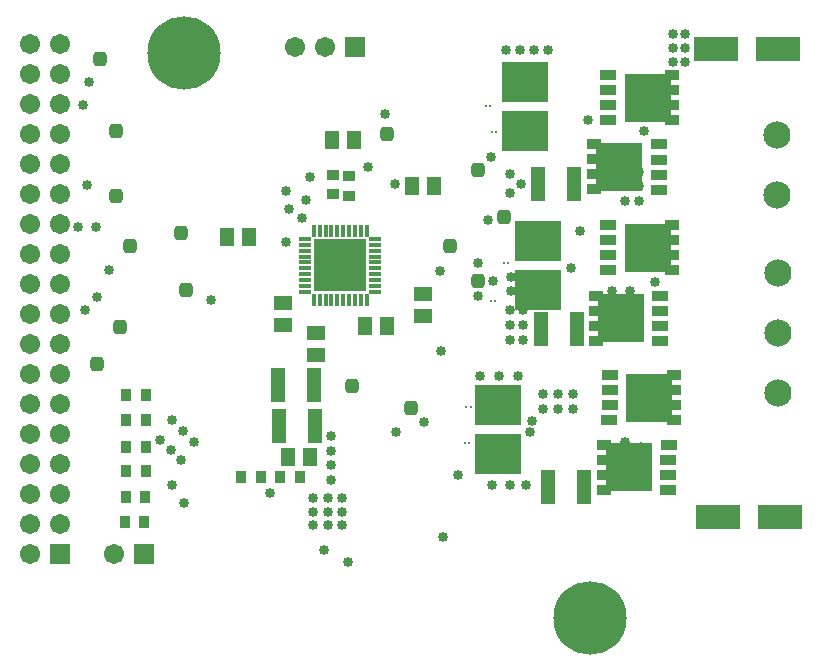
<source format=gts>
G04*
G04 #@! TF.GenerationSoftware,Altium Limited,Altium Designer,21.6.1 (37)*
G04*
G04 Layer_Color=8388736*
%FSLAX25Y25*%
%MOIN*%
G70*
G04*
G04 #@! TF.SameCoordinates,B2079DFB-0366-4D49-8141-05D7A233A1B4*
G04*
G04*
G04 #@! TF.FilePolarity,Negative*
G04*
G01*
G75*
%ADD23R,0.01000X0.01000*%
%ADD30R,0.04816X0.03202*%
%ADD31R,0.05800X0.03202*%
%ADD32R,0.15800X0.16194*%
%ADD33R,0.01784X0.04147*%
%ADD34R,0.04147X0.01784*%
%ADD35R,0.17532X0.17532*%
G04:AMPARAMS|DCode=36|XSize=47.37mil|YSize=47.37mil|CornerRadius=13.84mil|HoleSize=0mil|Usage=FLASHONLY|Rotation=90.000|XOffset=0mil|YOffset=0mil|HoleType=Round|Shape=RoundedRectangle|*
%AMROUNDEDRECTD36*
21,1,0.04737,0.01968,0,0,90.0*
21,1,0.01968,0.04737,0,0,90.0*
1,1,0.02769,0.00984,0.00984*
1,1,0.02769,0.00984,-0.00984*
1,1,0.02769,-0.00984,-0.00984*
1,1,0.02769,-0.00984,0.00984*
%
%ADD36ROUNDEDRECTD36*%
%ADD37R,0.15367X0.13398*%
%ADD38R,0.03556X0.04147*%
%ADD39R,0.05131X0.11627*%
%ADD40R,0.14973X0.08083*%
%ADD41R,0.04737X0.06115*%
%ADD42R,0.06115X0.04737*%
%ADD43R,0.04147X0.03556*%
%ADD44R,0.06706X0.06706*%
%ADD45C,0.06706*%
%ADD46C,0.09068*%
%ADD47R,0.06706X0.06706*%
%ADD48C,0.24422*%
%ADD49C,0.03359*%
D23*
X408661Y298819D02*
D03*
X410161D02*
D03*
X401968Y263386D02*
D03*
X400468D02*
D03*
X409055Y355118D02*
D03*
X410555D02*
D03*
X408587Y363779D02*
D03*
X407087D02*
D03*
X413000Y311500D02*
D03*
X414500D02*
D03*
X401572Y251503D02*
D03*
X400072D02*
D03*
D30*
X443713Y300500D02*
D03*
D03*
Y285500D02*
D03*
Y290500D02*
D03*
Y295500D02*
D03*
X469287Y309000D02*
D03*
D03*
Y324000D02*
D03*
Y319000D02*
D03*
Y314000D02*
D03*
X446457Y245827D02*
D03*
Y240827D02*
D03*
Y235827D02*
D03*
Y250827D02*
D03*
D03*
X443213Y351000D02*
D03*
D03*
Y336000D02*
D03*
Y341000D02*
D03*
Y346000D02*
D03*
X469287Y359000D02*
D03*
D03*
Y374000D02*
D03*
Y369000D02*
D03*
Y364000D02*
D03*
X469787Y264000D02*
D03*
Y269000D02*
D03*
Y274000D02*
D03*
Y259000D02*
D03*
D03*
D31*
X465228Y300500D02*
D03*
X465163Y290363D02*
D03*
Y285363D02*
D03*
Y295363D02*
D03*
X447772Y309000D02*
D03*
X447837Y319137D02*
D03*
Y324137D02*
D03*
Y314137D02*
D03*
X467907Y245690D02*
D03*
Y235689D02*
D03*
Y240689D02*
D03*
X467972Y250827D02*
D03*
X464728Y351000D02*
D03*
X464663Y340863D02*
D03*
Y335863D02*
D03*
Y345863D02*
D03*
X447772Y359000D02*
D03*
X447837Y369137D02*
D03*
Y374137D02*
D03*
Y364137D02*
D03*
X448337Y264137D02*
D03*
Y274137D02*
D03*
Y269137D02*
D03*
X448272Y259000D02*
D03*
D32*
X452000Y293000D02*
D03*
X461000Y316500D02*
D03*
X454744Y243327D02*
D03*
X451500Y343500D02*
D03*
X461000Y366500D02*
D03*
X461500Y266500D02*
D03*
D33*
X349697Y298965D02*
D03*
X351665D02*
D03*
X353634D02*
D03*
X355602D02*
D03*
X357571D02*
D03*
X359539D02*
D03*
X361508D02*
D03*
X363476D02*
D03*
X365445D02*
D03*
X367413D02*
D03*
Y322193D02*
D03*
X365445D02*
D03*
X363476D02*
D03*
X361508D02*
D03*
X359539D02*
D03*
X357571D02*
D03*
X355602D02*
D03*
X353634D02*
D03*
X351665D02*
D03*
X349697D02*
D03*
D34*
X370169Y301720D02*
D03*
Y303689D02*
D03*
Y305658D02*
D03*
Y307626D02*
D03*
Y309594D02*
D03*
Y311563D02*
D03*
Y313531D02*
D03*
Y315500D02*
D03*
Y317469D02*
D03*
Y319437D02*
D03*
X346941D02*
D03*
Y317469D02*
D03*
Y315500D02*
D03*
Y313531D02*
D03*
Y311563D02*
D03*
Y309594D02*
D03*
Y307626D02*
D03*
Y305658D02*
D03*
Y303689D02*
D03*
Y301720D02*
D03*
D35*
X358555Y310579D02*
D03*
D36*
X404331Y305512D02*
D03*
X362598Y270472D02*
D03*
X382283Y262992D02*
D03*
X285039Y290158D02*
D03*
X283858Y333858D02*
D03*
X288583Y316929D02*
D03*
X307087Y302362D02*
D03*
X278346Y379528D02*
D03*
X277559Y277559D02*
D03*
X374016Y354331D02*
D03*
X404500Y342500D02*
D03*
X395276Y316929D02*
D03*
X412992Y326772D02*
D03*
X283858Y355512D02*
D03*
X305512Y321260D02*
D03*
D37*
X424409Y318701D02*
D03*
Y302362D02*
D03*
X420079Y355217D02*
D03*
Y371555D02*
D03*
X411024Y264075D02*
D03*
Y247736D02*
D03*
D38*
X344980Y240158D02*
D03*
X338484D02*
D03*
X331988D02*
D03*
X325492D02*
D03*
X293248Y225000D02*
D03*
X286752D02*
D03*
X287004Y233500D02*
D03*
X293500D02*
D03*
X287252Y242000D02*
D03*
X293748D02*
D03*
Y250000D02*
D03*
X287252D02*
D03*
Y259000D02*
D03*
X293748D02*
D03*
Y267500D02*
D03*
X287252D02*
D03*
D39*
X437500Y289370D02*
D03*
X425492D02*
D03*
X427854Y236614D02*
D03*
X439862D02*
D03*
X436319Y337795D02*
D03*
X424311D02*
D03*
X350000Y257087D02*
D03*
X337992D02*
D03*
X337697Y270866D02*
D03*
X349705D02*
D03*
D40*
X483858Y382677D02*
D03*
X504528D02*
D03*
X505010Y226678D02*
D03*
X484341D02*
D03*
D41*
X355807Y352362D02*
D03*
X363090D02*
D03*
X382358Y337000D02*
D03*
X389642D02*
D03*
X374142Y290500D02*
D03*
X366858D02*
D03*
X341240Y246850D02*
D03*
X348524D02*
D03*
X328142Y320000D02*
D03*
X320858D02*
D03*
D42*
X386000Y301142D02*
D03*
Y293858D02*
D03*
X350500Y280858D02*
D03*
Y288142D02*
D03*
X339500Y298142D02*
D03*
Y290858D02*
D03*
D43*
X356000Y334252D02*
D03*
Y340748D02*
D03*
X361500Y333752D02*
D03*
Y340248D02*
D03*
D44*
X293000Y214500D02*
D03*
X363500Y383500D02*
D03*
D45*
X283000Y214500D02*
D03*
X255000D02*
D03*
X265000Y224500D02*
D03*
X255000D02*
D03*
X265000Y234500D02*
D03*
X255000D02*
D03*
X265000Y244500D02*
D03*
X255000D02*
D03*
X265000Y254500D02*
D03*
X255000D02*
D03*
X265000Y264500D02*
D03*
X255000D02*
D03*
X265000Y274500D02*
D03*
X255000D02*
D03*
X265000Y284500D02*
D03*
X255000D02*
D03*
X265000Y294500D02*
D03*
X255000D02*
D03*
X265000Y304500D02*
D03*
X255000D02*
D03*
X265000Y314500D02*
D03*
X255000D02*
D03*
X265000Y324500D02*
D03*
X255000D02*
D03*
X265000Y334500D02*
D03*
X255000D02*
D03*
X265000Y344500D02*
D03*
X255000D02*
D03*
X265000Y354500D02*
D03*
X255000D02*
D03*
X265000Y364500D02*
D03*
X255000D02*
D03*
X265000Y374500D02*
D03*
X255000D02*
D03*
X265000Y384500D02*
D03*
X255000D02*
D03*
X353500Y383500D02*
D03*
X343500D02*
D03*
D46*
X504500Y268000D02*
D03*
Y288000D02*
D03*
Y308000D02*
D03*
X504000Y354000D02*
D03*
Y334000D02*
D03*
D47*
X265000Y214500D02*
D03*
D48*
X306299Y381496D02*
D03*
X441732Y192913D02*
D03*
D49*
X376772Y337795D02*
D03*
X274029Y337500D02*
D03*
X345669Y326378D02*
D03*
X341339Y329254D02*
D03*
X340551Y335313D02*
D03*
X347244Y332283D02*
D03*
X348425Y340158D02*
D03*
X407874Y325590D02*
D03*
X453543Y341732D02*
D03*
Y337008D02*
D03*
X340551Y318504D02*
D03*
X458661Y250000D02*
D03*
Y244882D02*
D03*
X355512Y238976D02*
D03*
Y244094D02*
D03*
Y248819D02*
D03*
Y253543D02*
D03*
X453543Y246063D02*
D03*
Y240945D02*
D03*
Y251575D02*
D03*
X455118Y297244D02*
D03*
X449213Y301969D02*
D03*
Y297244D02*
D03*
Y292126D02*
D03*
X455118D02*
D03*
Y287402D02*
D03*
X449213D02*
D03*
X415354Y301969D02*
D03*
Y306693D02*
D03*
X335039Y234646D02*
D03*
X373622Y361024D02*
D03*
X367779Y343307D02*
D03*
X277559Y300000D02*
D03*
X272835Y364173D02*
D03*
X274803Y371654D02*
D03*
X277000Y323500D02*
D03*
X392913Y220079D02*
D03*
X361024Y211811D02*
D03*
X359055Y224016D02*
D03*
X354331D02*
D03*
X353150Y215748D02*
D03*
X409449Y305512D02*
D03*
X435433Y309842D02*
D03*
X455118Y301969D02*
D03*
X438583Y322047D02*
D03*
X404339Y311409D02*
D03*
X391732Y308661D02*
D03*
X392051Y282132D02*
D03*
X458268Y341732D02*
D03*
Y337008D02*
D03*
Y331890D02*
D03*
X453543D02*
D03*
X413779Y382283D02*
D03*
X418504D02*
D03*
X423228D02*
D03*
X427953D02*
D03*
X414961Y340945D02*
D03*
Y334646D02*
D03*
X408661Y346850D02*
D03*
X419291Y285827D02*
D03*
Y290551D02*
D03*
Y295669D02*
D03*
X414961Y285827D02*
D03*
Y290551D02*
D03*
Y295669D02*
D03*
X404331Y300394D02*
D03*
X417717Y273622D02*
D03*
X411417D02*
D03*
X405118D02*
D03*
X421713Y255178D02*
D03*
X422441Y258661D02*
D03*
X436221Y267717D02*
D03*
X431102D02*
D03*
X425984Y262598D02*
D03*
X431102D02*
D03*
X436221D02*
D03*
X425984Y267717D02*
D03*
X420472Y237402D02*
D03*
X409055D02*
D03*
X414961D02*
D03*
X386614Y258268D02*
D03*
X397638Y240551D02*
D03*
X377165Y255118D02*
D03*
X359055Y233071D02*
D03*
X302362Y237529D02*
D03*
X306299Y231470D02*
D03*
X418898Y337795D02*
D03*
X353937Y315354D02*
D03*
X358661D02*
D03*
X363386D02*
D03*
Y310630D02*
D03*
Y305906D02*
D03*
X358661D02*
D03*
X353937Y310630D02*
D03*
X358555Y310579D02*
D03*
X353921Y305890D02*
D03*
X469291Y383071D02*
D03*
Y387795D02*
D03*
X473622D02*
D03*
Y378346D02*
D03*
X469291D02*
D03*
X473622Y383071D02*
D03*
X354331Y228346D02*
D03*
X273500Y295791D02*
D03*
X315500Y299000D02*
D03*
X281500Y309000D02*
D03*
X271000Y323500D02*
D03*
X354331Y233071D02*
D03*
X463500Y305000D02*
D03*
X441000Y359000D02*
D03*
X309842Y251575D02*
D03*
X306000Y255500D02*
D03*
X302362Y259055D02*
D03*
X305512Y245669D02*
D03*
X298425Y252362D02*
D03*
X349606Y224016D02*
D03*
X459780Y355231D02*
D03*
X302000Y249000D02*
D03*
X349606Y228346D02*
D03*
Y233071D02*
D03*
X359055Y228346D02*
D03*
M02*

</source>
